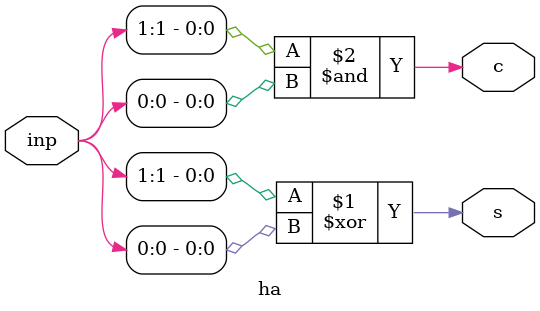
<source format=v>
module ha(inp,s,c);
input [1:0]inp;
output  s,c;
assign s = inp[1]^inp[0];
assign c = inp[1]&inp[0];
endmodule
</source>
